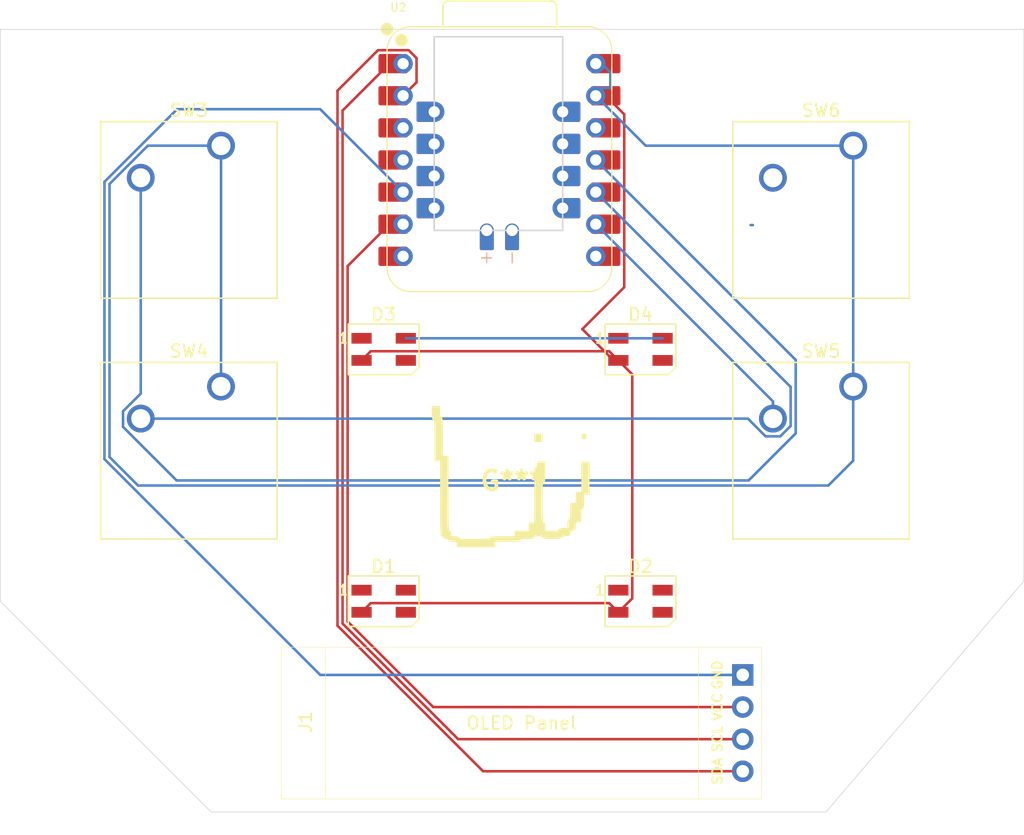
<source format=kicad_pcb>
(kicad_pcb (version 20241229) (generator "pcbnew") (generator_version "9.0")
  (layers (0 "F.Cu" signal) (2 "B.Cu" signal) (13 "F.Paste" user) (15 "B.Paste" user) (5 "F.SilkS" user "F.Silkscreen") (7 "B.SilkS" user "B.Silkscreen") (1 "F.Mask" user) (3 "B.Mask" user) (25 "Edge.Cuts" user))
  (net 0 "")
  (net 1 "+5V")
  (net 2 "Net-(D1-DOUT)")
  (net 3 "Net-(D1-DIN)")
  (net 4 "GND")
  (net 5 "Net-(D2-DOUT)")
  (net 7 "Net-(J1-Pin_1)")
  (net 8 "Net-(J1-Pin_2)")
  (net 9 "Net-(J1-Pin_3)")
  (net 10 "Net-(J1-Pin_4)")
  (net 11 "Net-(D3-DOUT)")
  (net 12 "Net-(U2-GPIO3{slash}D10{slash}SPI0_MOSI)")
  (net 13 "Net-(U2-GPIO4{slash}D9{slash}SPI_MISO)")
  (net 14 "Net-(U2-GPIO2{slash}D8{slash}SPI0_SCK)")
  (net 15 "Net-(U2-GPIO1{slash}D7{slash}RX0)")
  (net 17 "unconnected-(U2-3V3-Pad12)")
  (footprint "LED_SMD:LED_SK6812MINI_PLCC4_3.5x3.5mm_P1.75mm" (layer "F.Cu") (at 105.40625 37.225)
    (property "Reference" "D4" (at 0 -2.75 0) (layer "F.SilkS"))
    (property "Value" "SK6812MINI")
    (fp_line (start -2.8 -2) (end -2.8 2) (stroke (width 0.12)) (layer "F.SilkS"))
    (fp_line (start -2.8 -2) (end 2.8 -2) (stroke (width 0.12)) (layer "F.SilkS"))
    (fp_line (start -2.8 2) (end 2.2 2) (stroke (width 0.12)) (layer "F.SilkS"))
    (fp_line (start 2.8 1.4) (end 2.2 2) (stroke (width 0.12)) (layer "F.SilkS"))
    (fp_line (start 2.8 1.4) (end 2.8 -2) (stroke (width 0.12)) (layer "F.SilkS"))
    (fp_text user "1" (at -3.2 -0.875 0) (layer "F.SilkS") (effects (font (size 0.8 0.8))))
    (pad "1" smd rect (at -1.75 -0.875) (size 1.6 0.85) (layers "F.Cu" "F.Mask" "F.Paste"))
    (pad "2" smd rect (at -1.75 0.875) (size 1.6 0.85) (layers "F.Cu" "F.Mask" "F.Paste") (net 4 "GND"))
    (pad "3" smd rect (at 1.75 0.875) (size 1.6 0.85) (layers "F.Cu" "F.Mask" "F.Paste") (net 11 "Net-(D3-DOUT)"))
    (pad "4" smd rect (at 1.75 -0.875) (size 1.6 0.85) (layers "F.Cu" "F.Mask" "F.Paste") (net 1 "+5V"))
  )
  (footprint "LED_SMD:LED_SK6812MINI_PLCC4_3.5x3.5mm_P1.75mm" (layer "F.Cu") (at 105.40625 57.15)
    (property "Reference" "D2" (at 0 -2.75 0) (layer "F.SilkS"))
    (property "Value" "SK6812MINI")
    (fp_line (start -2.8 -2) (end -2.8 2) (stroke (width 0.12)) (layer "F.SilkS"))
    (fp_line (start -2.8 -2) (end 2.8 -2) (stroke (width 0.12)) (layer "F.SilkS"))
    (fp_line (start -2.8 2) (end 2.2 2) (stroke (width 0.12)) (layer "F.SilkS"))
    (fp_line (start 2.8 1.4) (end 2.2 2) (stroke (width 0.12)) (layer "F.SilkS"))
    (fp_line (start 2.8 1.4) (end 2.8 -2) (stroke (width 0.12)) (layer "F.SilkS"))
    (fp_text user "1" (at -3.2 -0.875 0) (layer "F.SilkS") (effects (font (size 0.8 0.8))))
    (pad "1" smd rect (at -1.75 -0.875) (size 1.6 0.85) (layers "F.Cu" "F.Mask" "F.Paste") (net 5 "Net-(D2-DOUT)"))
    (pad "2" smd rect (at -1.75 0.875) (size 1.6 0.85) (layers "F.Cu" "F.Mask" "F.Paste") (net 4 "GND"))
    (pad "3" smd rect (at 1.75 0.875) (size 1.6 0.85) (layers "F.Cu" "F.Mask" "F.Paste") (net 2 "Net-(D1-DOUT)"))
    (pad "4" smd rect (at 1.75 -0.875) (size 1.6 0.85) (layers "F.Cu" "F.Mask" "F.Paste") (net 1 "+5V"))
  )
  (footprint "Button_Switch_Keyboard:SW_Cherry_MX_1.00u_PCB" (layer "F.Cu") (at 72.2275 21.11375)
    (property "Reference" "SW3" (at -2.54 -2.794 0) (layer "F.SilkS"))
    (property "Value" "SW_Push")
    (fp_line (start -9.525 -1.905) (end 4.445 -1.905) (stroke (width 0.12)) (layer "F.SilkS"))
    (fp_line (start -9.525 12.065) (end -9.525 -1.905) (stroke (width 0.12)) (layer "F.SilkS"))
    (fp_line (start 4.445 -1.905) (end 4.445 12.065) (stroke (width 0.12)) (layer "F.SilkS"))
    (fp_line (start 4.445 12.065) (end -9.525 12.065) (stroke (width 0.12)) (layer "F.SilkS"))
    (pad "" np_thru_hole circle (at -7.62 5.08) (size 1.7 1.7) (drill 1.7) (layers "*.Cu" "*.Mask"))
    (pad "" np_thru_hole circle (at -2.54 5.08) (size 4 4) (drill 4) (layers "*.Cu" "*.Mask"))
    (pad "" np_thru_hole circle (at 2.54 5.08) (size 1.7 1.7) (drill 1.7) (layers "*.Cu" "*.Mask"))
    (pad "1" thru_hole circle (at 0 0) (size 2.2 2.2) (drill 1.5) (layers "*.Cu" "*.Mask") (net 4 "GND"))
    (pad "2" thru_hole circle (at -6.35 2.54) (size 2.2 2.2) (drill 1.5) (layers "*.Cu" "*.Mask") (net 12 "Net-(U2-GPIO3{slash}D10{slash}SPI0_MOSI)"))
  )
  (footprint "LED_SMD:LED_SK6812MINI_PLCC4_3.5x3.5mm_P1.75mm" (layer "F.Cu") (at 85.09375 37.225)
    (property "Reference" "D3" (at 0 -2.75 0) (layer "F.SilkS"))
    (property "Value" "SK6812MINI")
    (fp_line (start -2.8 -2) (end -2.8 2) (stroke (width 0.12)) (layer "F.SilkS"))
    (fp_line (start -2.8 -2) (end 2.8 -2) (stroke (width 0.12)) (layer "F.SilkS"))
    (fp_line (start -2.8 2) (end 2.2 2) (stroke (width 0.12)) (layer "F.SilkS"))
    (fp_line (start 2.8 1.4) (end 2.2 2) (stroke (width 0.12)) (layer "F.SilkS"))
    (fp_line (start 2.8 1.4) (end 2.8 -2) (stroke (width 0.12)) (layer "F.SilkS"))
    (fp_text user "1" (at -3.2 -0.875 0) (layer "F.SilkS") (effects (font (size 0.8 0.8))))
    (pad "1" smd rect (at -1.75 -0.875) (size 1.6 0.85) (layers "F.Cu" "F.Mask" "F.Paste") (net 11 "Net-(D3-DOUT)"))
    (pad "2" smd rect (at -1.75 0.875) (size 1.6 0.85) (layers "F.Cu" "F.Mask" "F.Paste") (net 4 "GND"))
    (pad "3" smd rect (at 1.75 0.875) (size 1.6 0.85) (layers "F.Cu" "F.Mask" "F.Paste") (net 5 "Net-(D2-DOUT)"))
    (pad "4" smd rect (at 1.75 -0.875) (size 1.6 0.85) (layers "F.Cu" "F.Mask" "F.Paste") (net 1 "+5V"))
  )
  (footprint "Button_Switch_Keyboard:SW_Cherry_MX_1.00u_PCB" (layer "F.Cu") (at 122.23375 21.11375)
    (property "Reference" "SW6" (at -2.54 -2.794 0) (layer "F.SilkS"))
    (property "Value" "SW_Push")
    (fp_line (start -9.525 -1.905) (end 4.445 -1.905) (stroke (width 0.12)) (layer "F.SilkS"))
    (fp_line (start -9.525 12.065) (end -9.525 -1.905) (stroke (width 0.12)) (layer "F.SilkS"))
    (fp_line (start 4.445 -1.905) (end 4.445 12.065) (stroke (width 0.12)) (layer "F.SilkS"))
    (fp_line (start 4.445 12.065) (end -9.525 12.065) (stroke (width 0.12)) (layer "F.SilkS"))
    (pad "" np_thru_hole circle (at -7.62 5.08) (size 1.7 1.7) (drill 1.7) (layers "*.Cu" "*.Mask"))
    (pad "" np_thru_hole circle (at -2.54 5.08) (size 4 4) (drill 4) (layers "*.Cu" "*.Mask"))
    (pad "" np_thru_hole circle (at 2.54 5.08) (size 1.7 1.7) (drill 1.7) (layers "*.Cu" "*.Mask"))
    (pad "1" thru_hole circle (at 0 0) (size 2.2 2.2) (drill 1.5) (layers "*.Cu" "*.Mask") (net 4 "GND"))
    (pad "2" thru_hole circle (at -6.35 2.54) (size 2.2 2.2) (drill 1.5) (layers "*.Cu" "*.Mask") (net 15 "Net-(U2-GPIO1{slash}D7{slash}RX0)"))
  )
  (footprint "OLED_Screen:SSD1306-0.91-OLED-4pin-128x32" (layer "F.Cu") (at 76.99625 60.79)
    (property "Reference" "J1" (at 1.9 5.91 90) (layer "F.SilkS"))
    (property "Value" "Conn_01x04")
    (fp_line (start 0 0) (end 0 12) (stroke (width 0.04)) (layer "F.SilkS"))
    (fp_line (start 0 12) (end 38 12) (stroke (width 0.04)) (layer "F.SilkS"))
    (fp_line (start 3.5 0) (end 3.5 12) (stroke (width 0.04)) (layer "F.SilkS"))
    (fp_line (start 33 0) (end 33 12) (stroke (width 0.04)) (layer "F.SilkS"))
    (fp_line (start 38 0) (end 0 0) (stroke (width 0.04)) (layer "F.SilkS"))
    (fp_line (start 38 12) (end 38 0) (stroke (width 0.04)) (layer "F.SilkS"))
    (fp_text user "OLED Panel" (at 19 6 0) (layer "F.SilkS"))
    (fp_text user "SCL" (at 34.5 7.27 270) (layer "F.SilkS") (effects (font (size 0.75 0.75))))
    (fp_text user "SDA" (at 34.5 9.81 270) (layer "F.SilkS") (effects (font (size 0.75 0.75))))
    (fp_text user "GND" (at 34.5 2.19 270) (layer "F.SilkS") (effects (font (size 0.75 0.75))))
    (fp_text user "VCC" (at 34.5 4.73 270) (layer "F.SilkS") (effects (font (size 0.75 0.75))))
    (pad "1" thru_hole rect (at 36.5 2.19) (size 1.7 1.7) (drill 1) (layers "*.Cu" "*.Mask") (net 7 "Net-(J1-Pin_1)"))
    (pad "2" thru_hole oval (at 36.5 4.73) (size 1.7 1.7) (drill 1) (layers "*.Cu" "*.Mask") (net 8 "Net-(J1-Pin_2)"))
    (pad "3" thru_hole oval (at 36.5 7.27) (size 1.7 1.7) (drill 1) (layers "*.Cu" "*.Mask") (net 9 "Net-(J1-Pin_3)"))
    (pad "4" thru_hole oval (at 36.5 9.81) (size 1.7 1.7) (drill 1) (layers "*.Cu" "*.Mask") (net 10 "Net-(J1-Pin_4)"))
  )
  (footprint "Button_Switch_Keyboard:SW_Cherry_MX_1.00u_PCB" (layer "F.Cu") (at 122.23375 40.16375)
    (property "Reference" "SW5" (at -2.54 -2.794 0) (layer "F.SilkS"))
    (property "Value" "SW_Push")
    (fp_line (start -9.525 -1.905) (end 4.445 -1.905) (stroke (width 0.12)) (layer "F.SilkS"))
    (fp_line (start -9.525 12.065) (end -9.525 -1.905) (stroke (width 0.12)) (layer "F.SilkS"))
    (fp_line (start 4.445 -1.905) (end 4.445 12.065) (stroke (width 0.12)) (layer "F.SilkS"))
    (fp_line (start 4.445 12.065) (end -9.525 12.065) (stroke (width 0.12)) (layer "F.SilkS"))
    (pad "" np_thru_hole circle (at -7.62 5.08) (size 1.7 1.7) (drill 1.7) (layers "*.Cu" "*.Mask"))
    (pad "" np_thru_hole circle (at -2.54 5.08) (size 4 4) (drill 4) (layers "*.Cu" "*.Mask"))
    (pad "" np_thru_hole circle (at 2.54 5.08) (size 1.7 1.7) (drill 1.7) (layers "*.Cu" "*.Mask"))
    (pad "1" thru_hole circle (at 0 0) (size 2.2 2.2) (drill 1.5) (layers "*.Cu" "*.Mask") (net 4 "GND"))
    (pad "2" thru_hole circle (at -6.35 2.54) (size 2.2 2.2) (drill 1.5) (layers "*.Cu" "*.Mask") (net 14 "Net-(U2-GPIO2{slash}D8{slash}SPI0_SCK)"))
  )
  (footprint "Button_Switch_Keyboard:SW_Cherry_MX_1.00u_PCB" (layer "F.Cu") (at 72.2275 40.16375)
    (property "Reference" "SW4" (at -2.54 -2.794 0) (layer "F.SilkS"))
    (property "Value" "SW_Push")
    (fp_line (start -9.525 -1.905) (end 4.445 -1.905) (stroke (width 0.12)) (layer "F.SilkS"))
    (fp_line (start -9.525 12.065) (end -9.525 -1.905) (stroke (width 0.12)) (layer "F.SilkS"))
    (fp_line (start 4.445 -1.905) (end 4.445 12.065) (stroke (width 0.12)) (layer "F.SilkS"))
    (fp_line (start 4.445 12.065) (end -9.525 12.065) (stroke (width 0.12)) (layer "F.SilkS"))
    (pad "" np_thru_hole circle (at -7.62 5.08) (size 1.7 1.7) (drill 1.7) (layers "*.Cu" "*.Mask"))
    (pad "" np_thru_hole circle (at -2.54 5.08) (size 4 4) (drill 4) (layers "*.Cu" "*.Mask"))
    (pad "" np_thru_hole circle (at 2.54 5.08) (size 1.7 1.7) (drill 1.7) (layers "*.Cu" "*.Mask"))
    (pad "1" thru_hole circle (at 0 0) (size 2.2 2.2) (drill 1.5) (layers "*.Cu" "*.Mask") (net 4 "GND"))
    (pad "2" thru_hole circle (at -6.35 2.54) (size 2.2 2.2) (drill 1.5) (layers "*.Cu" "*.Mask") (net 13 "Net-(U2-GPIO4{slash}D9{slash}SPI_MISO)"))
  )
  (footprint "OPL:XIAO-RP2350-DIP" (layer "F.Cu") (at 94.250994 22.1815)
    (property "Reference" "U2" (at -8 -12 0) (layer "F.SilkS") (effects (font (size 0.635 0.635) (thickness 0.1016))))
    (property "Value" "XIAO-RP2350-DIP")
    (fp_line (start -8.890994 8.5725) (end -8.890994 -8.5725) (stroke (width 0.1)) (layer "F.SilkS"))
    (fp_line (start -6.985994 10.4775) (end 6.984006 10.4775) (stroke (width 0.1)) (layer "F.SilkS"))
    (fp_line (start -4.475994 -10.4865) (end -4.475278 -12.027784) (stroke (width 0.127)) (layer "F.SilkS"))
    (fp_line (start -3.975278 -12.527512) (end 4.019994 -12.527512) (stroke (width 0.127)) (layer "F.SilkS"))
    (fp_line (start 4.519994 -12.027512) (end 4.521006 -10.4835) (stroke (width 0.127)) (layer "F.SilkS"))
    (fp_line (start 6.984006 -10.4775) (end -6.985994 -10.4775) (stroke (width 0.1)) (layer "F.SilkS"))
    (fp_line (start 7.007006 -10.4745) (end -6.962994 -10.4745) (stroke (width 0.1)) (layer "F.SilkS"))
    (fp_line (start 8.889006 8.5725) (end 8.889006 -8.5725) (stroke (width 0.1)) (layer "F.SilkS"))
    (fp_arc (start -8.890994 -8.5725) (mid -8.333032 -9.919538) (end -6.985994 -10.4775) (stroke (width 0.1)) (layer "F.SilkS"))
    (fp_arc (start -6.985994 10.4775) (mid -8.333032 9.919538) (end -8.890994 8.5725) (stroke (width 0.1)) (layer "F.SilkS"))
    (fp_arc (start -4.475278 -12.027784) (mid -4.328701 -12.381119) (end -3.975278 -12.527512) (stroke (width 0.127)) (layer "F.SilkS"))
    (fp_arc (start 4.019994 -12.527512) (mid 4.373559 -12.38107) (end 4.519994 -12.027512) (stroke (width 0.127)) (layer "F.SilkS"))
    (fp_arc (start 6.984006 -10.4775) (mid 8.331044 -9.919538) (end 8.889006 -8.5725) (stroke (width 0.1)) (layer "F.SilkS"))
    (fp_arc (start 8.889006 8.5725) (mid 8.331044 9.919538) (end 6.984006 10.4775) (stroke (width 0.1)) (layer "F.SilkS"))
    (fp_circle (center -8.900994 -10.2905) (end -8.900994 -10.5445) (stroke (width 0.5)) (fill yes) (layer "F.SilkS"))
    (fp_circle (center -7.757994 -9.4105) (end -7.757994 -9.6645) (stroke (width 0.5)) (fill yes) (layer "F.SilkS"))
    (fp_line (start -1.016994 7.4295) (end -1.016994 8.1915) (stroke (width 0.12)) (layer "B.SilkS"))
    (fp_line (start -0.635994 7.8105) (end -1.397994 7.8105) (stroke (width 0.12)) (layer "B.SilkS"))
    (fp_line (start 1.015006 7.4295) (end 1.015006 8.1915) (stroke (width 0.12)) (layer "B.SilkS"))
    (fp_line (start -5.16 -9.6865) (end -5.16 5.638311) (stroke (width 0.12)) (layer "Edge.Cuts"))
    (fp_line (start -5.16 5.638311) (end 4.999006 5.638311) (stroke (width 0.12)) (layer "Edge.Cuts"))
    (fp_line (start 4.999006 -9.6865) (end -5.16 -9.6865) (stroke (width 0.12)) (layer "Edge.Cuts"))
    (fp_line (start 5 5.638311) (end 5 -9.6865) (stroke (width 0.12)) (layer "Edge.Cuts"))
    (pad "1" smd roundrect (at -8.405994 -7.5565 180) (size 2.332 1.524) (layers "F.Cu" "F.Mask") (roundrect_rratio 0.1) (net 9 "Net-(J1-Pin_3)"))
    (pad "1" thru_hole circle (at -7.620994 -7.5565 180) (size 1.524 1.524) (drill 0.889) (layers "*.Cu" "*.Mask") (net 9 "Net-(J1-Pin_3)"))
    (pad "2" smd roundrect (at -8.405994 -5.0165 180) (size 2.332 1.524) (layers "F.Cu" "F.Mask") (roundrect_rratio 0.1) (net 10 "Net-(J1-Pin_4)"))
    (pad "2" thru_hole circle (at -7.620994 -5.0165 180) (size 1.524 1.524) (drill 0.889) (layers "*.Cu" "*.Mask") (net 10 "Net-(J1-Pin_4)"))
    (pad "3" smd roundrect (at -8.405994 -2.4765 180) (size 2.332 1.524) (layers "F.Cu" "F.Mask") (roundrect_rratio 0.1))
    (pad "3" thru_hole circle (at -7.620994 -2.4765 180) (size 1.524 1.524) (drill 0.889) (layers "*.Cu" "*.Mask"))
    (pad "4" smd roundrect (at -8.405994 0.0635 180) (size 2.332 1.524) (layers "F.Cu" "F.Mask") (roundrect_rratio 0.1))
    (pad "4" thru_hole circle (at -7.620994 0.0635 180) (size 1.524 1.524) (drill 0.889) (layers "*.Cu" "*.Mask"))
    (pad "5" smd roundrect (at -8.405994 2.6035 180) (size 2.332 1.524) (layers "F.Cu" "F.Mask") (roundrect_rratio 0.1) (net 7 "Net-(J1-Pin_1)"))
    (pad "5" thru_hole circle (at -7.620994 2.6035 180) (size 1.524 1.524) (drill 0.889) (layers "*.Cu" "*.Mask") (net 7 "Net-(J1-Pin_1)"))
    (pad "6" smd roundrect (at -8.405994 5.1435 180) (size 2.332 1.524) (layers "F.Cu" "F.Mask") (roundrect_rratio 0.1) (net 8 "Net-(J1-Pin_2)"))
    (pad "6" thru_hole circle (at -7.620994 5.1435 180) (size 1.524 1.524) (drill 0.889) (layers "*.Cu" "*.Mask") (net 8 "Net-(J1-Pin_2)"))
    (pad "7" smd roundrect (at -8.405994 7.6835 180) (size 2.332 1.524) (layers "F.Cu" "F.Mask") (roundrect_rratio 0.1) (net 3 "Net-(D1-DIN)"))
    (pad "7" thru_hole circle (at -7.620994 7.6835 180) (size 1.524 1.524) (drill 0.889) (layers "*.Cu" "*.Mask") (net 3 "Net-(D1-DIN)"))
    (pad "8" thru_hole circle (at 7.619006 7.6835) (size 1.524 1.524) (drill 0.889) (layers "*.Cu" "*.Mask") (net 15 "Net-(U2-GPIO1{slash}D7{slash}RX0)"))
    (pad "8" smd roundrect (at 8.404006 7.6835) (size 2.332 1.524) (layers "F.Cu" "F.Mask") (roundrect_rratio 0.1) (net 15 "Net-(U2-GPIO1{slash}D7{slash}RX0)"))
    (pad "9" thru_hole circle (at 7.619006 5.1435) (size 1.524 1.524) (drill 0.889) (layers "*.Cu" "*.Mask") (net 14 "Net-(U2-GPIO2{slash}D8{slash}SPI0_SCK)"))
    (pad "9" smd roundrect (at 8.404006 5.1435) (size 2.332 1.524) (layers "F.Cu" "F.Mask") (roundrect_rratio 0.1) (net 14 "Net-(U2-GPIO2{slash}D8{slash}SPI0_SCK)"))
    (pad "10" thru_hole circle (at 7.619006 2.6035) (size 1.524 1.524) (drill 0.889) (layers "*.Cu" "*.Mask") (net 13 "Net-(U2-GPIO4{slash}D9{slash}SPI_MISO)"))
    (pad "10" smd roundrect (at 8.404006 2.6035) (size 2.332 1.524) (layers "F.Cu" "F.Mask") (roundrect_rratio 0.1) (net 13 "Net-(U2-GPIO4{slash}D9{slash}SPI_MISO)"))
    (pad "11" thru_hole circle (at 7.619006 0.0635) (size 1.524 1.524) (drill 0.889) (layers "*.Cu" "*.Mask") (net 12 "Net-(U2-GPIO3{slash}D10{slash}SPI0_MOSI)"))
    (pad "11" smd roundrect (at 8.404006 0.0635) (size 2.332 1.524) (layers "F.Cu" "F.Mask") (roundrect_rratio 0.1) (net 12 "Net-(U2-GPIO3{slash}D10{slash}SPI0_MOSI)"))
    (pad "12" thru_hole circle (at 7.619006 -2.4765) (size 1.524 1.524) (drill 0.889) (layers "*.Cu" "*.Mask") (net 17 "unconnected-(U2-3V3-Pad12)"))
    (pad "12" smd roundrect (at 8.404006 -2.4765) (size 2.332 1.524) (layers "F.Cu" "F.Mask") (roundrect_rratio 0.1) (net 17 "unconnected-(U2-3V3-Pad12)"))
    (pad "13" thru_hole circle (at 7.619006 -5.0165) (size 1.524 1.524) (drill 0.889) (layers "*.Cu" "*.Mask") (net 4 "GND"))
    (pad "13" smd roundrect (at 8.404006 -5.0165) (size 2.332 1.524) (layers "F.Cu" "F.Mask") (roundrect_rratio 0.1) (net 4 "GND"))
    (pad "14" thru_hole circle (at 7.619006 -7.5565) (size 1.524 1.524) (drill 0.889) (layers "*.Cu" "*.Mask") (net 1 "+5V"))
    (pad "14" smd roundrect (at 8.404006 -7.5565) (size 2.332 1.524) (layers "F.Cu" "F.Mask") (roundrect_rratio 0.1) (net 1 "+5V"))
    (pad "15" thru_hole circle (at 5 -3.7465 180) (size 1.6 1.6) (drill 0.889) (layers "*.Cu" "*.Mask"))
    (pad "15" smd roundrect (at 5.699006 -3.7465) (size 1.4 1.6) (layers "F.Cu" "F.Mask") (roundrect_rratio 0.1))
    (pad "15" smd roundrect (at 5.699006 -3.7465 180) (size 1.4 1.6) (layers "B.Cu" "B.Mask" "B.Paste") (roundrect_rratio 0.1))
    (pad "16" thru_hole circle (at 5 -1.2065 180) (size 1.6 1.6) (drill 0.889) (layers "*.Cu" "*.Mask"))
    (pad "16" smd roundrect (at 5.699006 -1.2065) (size 1.4 1.6) (layers "F.Cu" "F.Mask") (roundrect_rratio 0.1))
    (pad "16" smd roundrect (at 5.699006 -1.2065 180) (size 1.4 1.6) (layers "B.Cu" "B.Mask" "B.Paste") (roundrect_rratio 0.1))
    (pad "17" thru_hole circle (at 5 1.3335 180) (size 1.6 1.6) (drill 0.889) (layers "*.Cu" "*.Mask"))
    (pad "17" smd roundrect (at 5.699006 1.3335) (size 1.4 1.6) (layers "F.Cu" "F.Mask") (roundrect_rratio 0.1))
    (pad "17" smd roundrect (at 5.699006 1.3335 180) (size 1.4 1.6) (layers "B.Cu" "B.Mask" "B.Paste") (roundrect_rratio 0.1))
    (pad "18" thru_hole circle (at 5 3.8735 180) (size 1.6 1.6) (drill 0.889) (layers "*.Cu" "*.Mask"))
    (pad "18" smd roundrect (at 5.699006 3.8735) (size 1.4 1.6) (layers "F.Cu" "F.Mask") (roundrect_rratio 0.1))
    (pad "18" smd roundrect (at 5.699006 3.8735 180) (size 1.4 1.6) (layers "B.Cu" "B.Mask" "B.Paste") (roundrect_rratio 0.1))
    (pad "19" smd roundrect (at -5.86 3.8735) (size 1.4 1.6) (layers "F.Cu" "F.Mask") (roundrect_rratio 0.1))
    (pad "19" smd roundrect (at -5.86 3.8735 180) (size 1.4 1.6) (layers "B.Cu" "B.Mask" "B.Paste") (roundrect_rratio 0.1))
    (pad "19" thru_hole circle (at -5.16 3.8735 180) (size 1.6 1.6) (drill 0.889) (layers "*.Cu" "*.Mask"))
    (pad "20" smd roundrect (at -5.86 1.3335) (size 1.4 1.6) (layers "F.Cu" "F.Mask") (roundrect_rratio 0.1))
    (pad "20" smd roundrect (at -5.86 1.3335 180) (size 1.4 1.6) (layers "B.Cu" "B.Mask" "B.Paste") (roundrect_rratio 0.1))
    (pad "20" thru_hole circle (at -5.16 1.3335 180) (size 1.6 1.6) (drill 0.889) (layers "*.Cu" "*.Mask"))
    (pad "21" smd roundrect (at -5.86 -1.2065) (size 1.4 1.6) (layers "F.Cu" "F.Mask") (roundrect_rratio 0.1))
    (pad "21" smd roundrect (at -5.86 -1.2065 180) (size 1.4 1.6) (layers "B.Cu" "B.Mask" "B.Paste") (roundrect_rratio 0.1))
    (pad "21" thru_hole circle (at -5.16 -1.2065 180) (size 1.6 1.6) (drill 0.889) (layers "*.Cu" "*.Mask"))
    (pad "22" smd roundrect (at -5.86 -3.7465) (size 1.4 1.6) (layers "F.Cu" "F.Mask") (roundrect_rratio 0.1))
    (pad "22" smd roundrect (at -5.86 -3.7465 180) (size 1.4 1.6) (layers "B.Cu" "B.Mask" "B.Paste") (roundrect_rratio 0.1))
    (pad "22" thru_hole circle (at -5.16 -3.7465 180) (size 1.6 1.6) (drill 0.889) (layers "*.Cu" "*.Mask"))
    (pad "23" thru_hole circle (at -1.000994 5.638311 180) (size 1.1 1.1) (drill 0.889) (layers "*.Cu" "*.Mask"))
    (pad "23" smd roundrect (at -1.000994 6.3935 270) (size 1.6 1.1) (layers "F.Cu" "F.Mask") (roundrect_rratio 0.1))
    (pad "23" smd roundrect (at -1.000994 6.3935 270) (size 1.6 1.1) (layers "B.Cu" "B.Mask" "B.Paste") (roundrect_rratio 0.1))
    (pad "24" thru_hole circle (at 0.999006 5.638311 180) (size 1.1 1.1) (drill 0.889) (layers "*.Cu" "*.Mask"))
    (pad "24" smd roundrect (at 0.999006 6.3935 270) (size 1.6 1.1) (layers "F.Cu" "F.Mask") (roundrect_rratio 0.1))
    (pad "24" smd roundrect (at 0.999006 6.3935 270) (size 1.6 1.1) (layers "B.Cu" "B.Mask" "B.Paste") (roundrect_rratio 0.1))
  )
  (footprint "LOGO" (layer "F.Cu") (at 95.25 47.625)
    (property "Reference" "G***" (at 0 0 0) (layer "F.SilkS") (effects (font (size 1.5 1.5) (thickness 0.3))))
    (property "Value" "LOGO" (hide yes))
    (fp_poly (pts (xy 2.40862 -3.393966) (xy 2.40862 -3.065518) (xy 2.080171 -3.065518) (xy 1.751723 -3.065518) (xy 1.751723 -3.393966) (xy 1.751723 -3.722415) (xy 2.080171 -3.722415) (xy 2.40862 -3.722415)) (fill yes) (layer "F.SilkS"))
    (fp_poly (pts (xy 5.848196 -3.704329) (xy 5.90536 -3.619018) (xy 5.912068 -3.503449) (xy 5.893982 -3.348356) (xy 5.808672 -3.291192) (xy 5.693102 -3.284484) (xy 5.538009 -3.302569) (xy 5.480845 -3.38788) (xy 5.474137 -3.503449) (xy 5.492223 -3.658542) (xy 5.577533 -3.715707) (xy 5.693102 -3.722415)) (fill yes) (layer "F.SilkS"))
    (fp_poly (pts (xy -5.693104 -5.474139) (xy -5.684696 -5.219852) (xy -5.65489 -5.083327) (xy -5.596813 -5.037071) (xy -5.583622 -5.036208) (xy -5.546662 -5.018711) (xy -5.518885 -4.954615) (xy -5.499047 -4.826514) (xy -5.485905 -4.617003) (xy -5.478216 -4.308675) (xy -5.474736 -3.884124) (xy -5.474139 -3.503449) (xy -5.474139 -1.970691) (xy -5.255173 -1.970691) (xy -5.036208 -1.970691) (xy -5.036208 0.985344) (xy -5.035666 1.72774) (xy -5.033728 2.336879) (xy -5.029922 2.825476) (xy -5.023776 3.206248) (xy -5.014821 3.491911) (xy -5.002585 3.695182) (xy -4.986598 3.828776) (xy -4.966387 3.905409) (xy -4.941483 3.937799) (xy -4.926725 3.941378) (xy -4.839806 4.006661) (xy -4.817242 4.160344) (xy -4.807721 4.294989) (xy -4.752747 4.358762) (xy -4.612704 4.378072) (xy -4.488794 4.379309) (xy -4.27231 4.393637) (xy -4.173701 4.442356) (xy -4.160346 4.488792) (xy -4.141241 4.529894) (xy -4.070964 4.559496) (xy -3.930071 4.579365) (xy -3.699116 4.591269) (xy -3.358657 4.596976) (xy -2.956035 4.598275) (xy -2.503912 4.596538) (xy -2.178292 4.590149) (xy -1.959732 4.577341) (xy -1.828788 4.556345) (xy -1.766015 4.525394) (xy -1.751725 4.488792) (xy -1.730938 4.443934) (xy -1.654413 4.41293) (xy -1.500904 4.393418) (xy -1.249165 4.383038) (xy -0.87795 4.37943) (xy -0.76638 4.379309) (xy 0.218965 4.379309) (xy 0.218965 4.160344) (xy 0.218965 3.941378) (xy 0.766378 3.941378) (xy 1.313792 3.941378) (xy 1.313792 3.61293) (xy 1.32014 3.410962) (xy 1.356789 3.315304) (xy 1.450151 3.286338) (xy 1.532758 3.284482) (xy 1.751723 3.284482) (xy 1.751723 1.094827) (xy 1.752509 0.464604) (xy 1.755357 -0.034348) (xy 1.761002 -0.416731) (xy 1.77018 -0.697245) (xy 1.783624 -0.890589) (xy 1.80207 -1.011466) (xy 1.826254 -1.074576) (xy 1.85691 -1.094619) (xy 1.861206 -1.094829) (xy 1.948125 -1.160111) (xy 1.970689 -1.313794) (xy 1.98021 -1.448439) (xy 2.035184 -1.512212) (xy 2.175227 -1.531522) (xy 2.299137 -1.53276) (xy 2.627585 -1.53276) (xy 2.627585 -0.656898) (xy 2.62484 -0.279276) (xy 2.614744 -0.025229) (xy 2.594506 0.127577) (xy 2.561333 0.201471) (xy 2.518103 0.218965) (xy 2.481143 0.236462) (xy 2.453366 0.300558) (xy 2.433528 0.428658) (xy 2.420386 0.638169) (xy 2.412697 0.946497) (xy 2.409217 1.371048) (xy 2.40862 1.751723) (xy 2.40987 2.269159) (xy 2.414448 2.658039) (xy 2.423598 2.93577) (xy 2.438563 3.119756) (xy 2.460586 3.227405) (xy 2.490911 3.276122) (xy 2.518103 3.284482) (xy 2.590264 3.327466) (xy 2.623134 3.473622) (xy 2.627585 3.61293) (xy 2.627585 3.941378) (xy 3.174999 3.941378) (xy 3.463745 3.935643) (xy 3.633236 3.914918) (xy 3.70987 3.873923) (xy 3.722413 3.831896) (xy 3.765397 3.759734) (xy 3.911553 3.726865) (xy 4.050861 3.722413) (xy 4.379309 3.722413) (xy 4.379309 3.393965) (xy 4.393637 3.17748) (xy 4.442356 3.078871) (xy 4.488792 3.065516) (xy 4.542204 3.039917) (xy 4.575474 2.946488) (xy 4.592759 2.760284) (xy 4.598217 2.456356) (xy 4.598275 2.40862) (xy 4.598275 1.751723) (xy 4.81724 1.751723) (xy 5.036206 1.751723) (xy 5.036206 1.313792) (xy 5.036206 0.875861) (xy 5.255171 0.875861) (xy 5.474137 0.875861) (xy 5.474137 -0.328449) (xy 5.474137 -1.53276) (xy 5.802585 -1.53276) (xy 6.131034 -1.53276) (xy 6.131034 -0.218966) (xy 6.131034 1.094827) (xy 5.912068 1.094827) (xy 5.693102 1.094827) (xy 5.693102 1.64224) (xy 5.687367 1.930986) (xy 5.666642 2.100477) (xy 5.625648 2.177112) (xy 5.58362 2.189654) (xy 5.525871 2.21833) (xy 5.491972 2.321955) (xy 5.476645 2.526929) (xy 5.474137 2.737068) (xy 5.474137 3.284482) (xy 5.255171 3.284482) (xy 5.120526 3.294003) (xy 5.056754 3.348977) (xy 5.037444 3.48902) (xy 5.036206 3.61293) (xy 5.029859 3.814898) (xy 4.993209 3.910557) (xy 4.899847 3.939522) (xy 4.81724 3.941378) (xy 4.662147 3.959464) (xy 4.604983 4.044775) (xy 4.598275 4.160344) (xy 4.588754 4.294989) (xy 4.53378 4.358762) (xy 4.393737 4.378072) (xy 4.269827 4.379309) (xy 4.053342 4.393637) (xy 3.954733 4.442356) (xy 3.941378 4.488792) (xy 3.917883 4.538788) (xy 3.831687 4.571312) (xy 3.659225 4.58973) (xy 3.376932 4.597408) (xy 3.174999 4.598275) (xy 2.825028 4.594918) (xy 2.597362 4.582605) (xy 2.468436 4.557967) (xy 2.414686 4.51764) (xy 2.40862 4.488792) (xy 2.365636 4.416631) (xy 2.219479 4.383761) (xy 2.080171 4.379309) (xy 1.863687 4.393637) (xy 1.765078 4.442356) (xy 1.751723 4.488792) (xy 1.723048 4.546541) (xy 1.619423 4.58044) (xy 1.414449 4.595766) (xy 1.204309 4.598275) (xy 0.915563 4.60401) (xy 0.746073 4.624735) (xy 0.669438 4.66573) (xy 0.656896 4.707758) (xy 0.636109 4.752615) (xy 0.559584 4.78362) (xy 0.406075 4.803132) (xy 0.154336 4.813511) (xy -0.216879 4.81712) (xy -0.328449 4.81724) (xy -1.313794 4.81724) (xy -1.313794 5.036206) (xy -1.313794 5.255171) (xy -2.846553 5.255171) (xy -4.379311 5.255171) (xy -4.379311 5.036206) (xy -4.388832 4.901561) (xy -4.443806 4.837788) (xy -4.583849 4.818478) (xy -4.70776 4.81724) (xy -4.924244 4.802912) (xy -5.022853 4.754194) (xy -5.036208 4.707758) (xy -5.101491 4.620839) (xy -5.255173 4.598275) (xy -5.429011 4.565633) (xy -5.474139 4.488792) (xy -5.532564 4.392026) (xy -5.583622 4.379309) (xy -5.611118 4.364689) (xy -5.633679 4.312352) (xy -5.651775 4.209581) (xy -5.665877 4.043661) (xy -5.676457 3.801874) (xy -5.683986 3.471504) (xy -5.688934 3.039836) (xy -5.691772 2.494153) (xy -5.692972 1.821739) (xy -5.693104 1.423275) (xy -5.693104 -1.53276) (xy -5.91207 -1.53276) (xy -6.131035 -1.53276) (xy -6.131035 -3.175001) (xy -6.132176 -3.712673) (xy -6.136346 -4.121233) (xy -6.144669 -4.417536) (xy -6.158268 -4.618433) (xy -6.178268 -4.740778) (xy -6.205792 -4.801424) (xy -6.240518 -4.817242) (xy -6.298267 -4.845918) (xy -6.332166 -4.949543) (xy -6.347492 -5.154517) (xy -6.350001 -5.364656) (xy -6.350001 -5.91207) (xy -6.021553 -5.91207) (xy -5.693104 -5.91207)) (fill yes) (layer "F.SilkS"))
  )
  (footprint "LED_SMD:LED_SK6812MINI_PLCC4_3.5x3.5mm_P1.75mm" (layer "F.Cu") (at 85.09375 57.15)
    (property "Reference" "D1" (at 0 -2.75 0) (layer "F.SilkS"))
    (property "Value" "SK6812MINI")
    (fp_line (start -2.8 -2) (end -2.8 2) (stroke (width 0.12)) (layer "F.SilkS"))
    (fp_line (start -2.8 -2) (end 2.8 -2) (stroke (width 0.12)) (layer "F.SilkS"))
    (fp_line (start -2.8 2) (end 2.2 2) (stroke (width 0.12)) (layer "F.SilkS"))
    (fp_line (start 2.8 1.4) (end 2.2 2) (stroke (width 0.12)) (layer "F.SilkS"))
    (fp_line (start 2.8 1.4) (end 2.8 -2) (stroke (width 0.12)) (layer "F.SilkS"))
    (fp_text user "1" (at -3.2 -0.875 0) (layer "F.SilkS") (effects (font (size 0.8 0.8))))
    (pad "1" smd rect (at -1.75 -0.875) (size 1.6 0.85) (layers "F.Cu" "F.Mask" "F.Paste") (net 2 "Net-(D1-DOUT)"))
    (pad "2" smd rect (at -1.75 0.875) (size 1.6 0.85) (layers "F.Cu" "F.Mask" "F.Paste") (net 4 "GND"))
    (pad "3" smd rect (at 1.75 0.875) (size 1.6 0.85) (layers "F.Cu" "F.Mask" "F.Paste") (net 3 "Net-(D1-DIN)"))
    (pad "4" smd rect (at 1.75 -0.875) (size 1.6 0.85) (layers "F.Cu" "F.Mask" "F.Paste") (net 1 "+5V"))
  )
  (gr_poly (pts (xy 54.76875 11.90625) (xy 54.76875 57.15) (xy 71.4375 73.81875) (xy 120.083048 73.81875) (xy 135.73125 55.562514) (xy 135.73125 11.90625)) (stroke (width 0.05)) (fill no) (layer "Edge.Cuts"))
  (segment (start 103.025 16.5565) (end 103.025 15.3175) (width 0.2) (layer "B.Cu") (net 1))
  (segment (start 107.15625 36.35) (end 86.84375 36.35) (width 0.2) (layer "B.Cu") (net 1))
  (segment (start 114.3 27.39475) (end 114.11628 27.39475) (width 0.2) (layer "B.Cu") (net 1))
  (segment (start 101.724 14.0165) (end 103.025 15.3175) (width 0.2) (layer "B.Cu") (net 1))
  (segment (start 101.349 16.844436) (end 101.636936 16.5565) (width 0.2) (layer "B.Cu") (net 1))
  (segment (start 101.636936 16.5565) (end 103.025 16.5565) (width 0.2) (layer "B.Cu") (net 1))
  (segment (start 83.34375 58.025) (end 84.06975 57.299) (width 0.2) (layer "F.Cu") (net 4))
  (segment (start 84.06975 37.374) (end 102.93025 37.374) (width 0.2) (layer "F.Cu") (net 4))
  (segment (start 104.122 18.632) (end 102.655 17.165) (width 0.2) (layer "F.Cu") (net 4))
  (segment (start 104.75725 56.924) (end 103.65625 58.025) (width 0.2) (layer "F.Cu") (net 4))
  (segment (start 103.65625 38.1) (end 103.28125 38.1) (width 0.2) (layer "F.Cu") (net 4))
  (segment (start 104.122 32.31075) (end 104.122 18.632) (width 0.2) (layer "F.Cu") (net 4))
  (segment (start 102.93025 57.299) (end 103.65625 58.025) (width 0.2) (layer "F.Cu") (net 4))
  (segment (start 103.28125 38.1) (end 100.807 35.62575) (width 0.2) (layer "F.Cu") (net 4))
  (segment (start 83.34375 38.1) (end 84.06975 37.374) (width 0.2) (layer "F.Cu") (net 4))
  (segment (start 84.06975 57.299) (end 102.93025 57.299) (width 0.2) (layer "F.Cu") (net 4))
  (segment (start 100.807 35.62575) (end 104.122 32.31075) (width 0.2) (layer "F.Cu") (net 4))
  (segment (start 103.65625 38.1) (end 104.75725 39.201) (width 0.2) (layer "F.Cu") (net 4))
  (segment (start 104.75725 39.201) (end 104.75725 56.924) (width 0.2) (layer "F.Cu") (net 4))
  (segment (start 102.93025 37.374) (end 103.65625 38.1) (width 0.2) (layer "F.Cu") (net 4))
  (segment (start 63.4065 45.74122) (end 65.66103 47.99575) (width 0.2) (layer "B.Cu") (net 4))
  (segment (start 105.81875 21.11375) (end 101.87 17.165) (width 0.2) (layer "B.Cu") (net 4))
  (segment (start 122.23375 40.16375) (end 122.23375 21.11375) (width 0.2) (layer "B.Cu") (net 4))
  (segment (start 66.436186 21.11375) (end 63.4065 24.143436) (width 0.2) (layer "B.Cu") (net 4))
  (segment (start 122.23375 46.028566) (end 122.23375 40.16375) (width 0.2) (layer "B.Cu") (net 4))
  (segment (start 65.66103 47.99575) (end 120.266566 47.99575) (width 0.2) (layer "B.Cu") (net 4))
  (segment (start 120.266566 47.99575) (end 122.23375 46.028566) (width 0.2) (layer "B.Cu") (net 4))
  (segment (start 72.2275 21.11375) (end 66.436186 21.11375) (width 0.2) (layer "B.Cu") (net 4))
  (segment (start 72.2275 40.16375) (end 72.2275 21.11375) (width 0.2) (layer "B.Cu") (net 4))
  (segment (start 63.4065 24.143436) (end 63.4065 45.74122) (width 0.2) (layer "B.Cu") (net 4))
  (segment (start 122.23375 21.11375) (end 105.81875 21.11375) (width 0.2) (layer "B.Cu") (net 4))
  (segment (start 80.07818 62.98) (end 63.0055 45.90732) (width 0.2) (layer "B.Cu") (net 7))
  (segment (start 68.754836 18.228) (end 80.073 18.228) (width 0.2) (layer "B.Cu") (net 7))
  (segment (start 113.49625 62.98) (end 80.07818 62.98) (width 0.2) (layer "B.Cu") (net 7))
  (segment (start 80.073 18.228) (end 86.63 24.785) (width 0.2) (layer "B.Cu") (net 7))
  (segment (start 63.0055 45.90732) (end 63.0055 23.977336) (width 0.2) (layer "B.Cu") (net 7))
  (segment (start 63.0055 23.977336) (end 68.754836 18.228) (width 0.2) (layer "B.Cu") (net 7))
  (segment (start 82.24275 58.751) (end 82.24275 30.63462) (width 0.2) (layer "F.Cu") (net 8))
  (segment (start 89.01175 65.52) (end 82.24275 58.751) (width 0.2) (layer "F.Cu") (net 8))
  (segment (start 82.24275 30.63462) (end 85.55237 27.325) (width 0.2) (layer "F.Cu") (net 8))
  (segment (start 113.49625 65.52) (end 89.01175 65.52) (width 0.2) (layer "F.Cu") (net 8))
  (segment (start 85.55237 27.325) (end 86.63 27.325) (width 0.2) (layer "F.Cu") (net 8))
  (segment (start 81.84175 18.33562) (end 85.55237 14.625) (width 0.2) (layer "F.Cu") (net 9))
  (segment (start 85.55237 14.625) (end 86.63 14.625) (width 0.2) (layer "F.Cu") (net 9))
  (segment (start 81.84175 58.9171) (end 81.84175 18.33562) (width 0.2) (layer "F.Cu") (net 9))
  (segment (start 90.98465 68.06) (end 81.84175 58.9171) (width 0.2) (layer "F.Cu") (net 9))
  (segment (start 113.49625 68.06) (end 90.98465 68.06) (width 0.2) (layer "F.Cu") (net 9))
  (segment (start 87.07031 13.562) (end 87.693 14.18469) (width 0.2) (layer "F.Cu") (net 10))
  (segment (start 81.44075 16.760624) (end 84.639374 13.562) (width 0.2) (layer "F.Cu") (net 10))
  (segment (start 81.44075 59.0832) (end 81.44075 16.760624) (width 0.2) (layer "F.Cu") (net 10))
  (segment (start 113.49625 70.6) (end 92.95755 70.6) (width 0.2) (layer "F.Cu") (net 10))
  (segment (start 87.693 14.18469) (end 87.693 16.102) (width 0.2) (layer "F.Cu") (net 10))
  (segment (start 92.95755 70.6) (end 81.44075 59.0832) (width 0.2) (layer "F.Cu") (net 10))
  (segment (start 87.693 16.102) (end 86.63 17.165) (width 0.2) (layer "F.Cu") (net 10))
  (segment (start 84.639374 13.562) (end 87.07031 13.562) (width 0.2) (layer "F.Cu") (net 10))
  (segment (start 117.68575 43.87022) (end 117.68575 38.06075) (width 0.2) (layer "B.Cu") (net 12))
  (segment (start 64.4765 43.357566) (end 68.713684 47.59475) (width 0.2) (layer "B.Cu") (net 12))
  (segment (start 65.8775 23.65375) (end 65.8775 40.722436) (width 0.2) (layer "B.Cu") (net 12))
  (segment (start 65.8775 40.722436) (end 64.4765 42.123436) (width 0.2) (layer "B.Cu") (net 12))
  (segment (start 113.96122 47.59475) (end 117.68575 43.87022) (width 0.2) (layer "B.Cu") (net 12))
  (segment (start 68.713684 47.59475) (end 113.96122 47.59475) (width 0.2) (layer "B.Cu") (net 12))
  (segment (start 64.4765 42.123436) (end 64.4765 43.357566) (width 0.2) (layer "B.Cu") (net 12))
  (segment (start 117.68575 38.06075) (end 101.87 22.245) (width 0.2) (layer "B.Cu") (net 12))
  (segment (start 115.303436 44.10475) (end 116.464064 44.10475) (width 0.2) (layer "B.Cu") (net 13))
  (segment (start 65.8775 42.70375) (end 113.902436 42.70375) (width 0.2) (layer "B.Cu") (net 13))
  (segment (start 117.28475 43.284064) (end 117.28475 40.19975) (width 0.2) (layer "B.Cu") (net 13))
  (segment (start 117.28475 40.19975) (end 101.87 24.785) (width 0.2) (layer "B.Cu") (net 13))
  (segment (start 116.464064 44.10475) (end 117.28475 43.284064) (width 0.2) (layer "B.Cu") (net 13))
  (segment (start 113.902436 42.70375) (end 115.303436 44.10475) (width 0.2) (layer "B.Cu") (net 13))
  (segment (start 115.88375 41.33875) (end 101.87 27.325) (width 0.2) (layer "B.Cu") (net 14))
  (segment (start 115.88375 42.70375) (end 115.88375 41.33875) (width 0.2) (layer "B.Cu") (net 14))
  (segment (start 102.223 19.1585) (end 101.636936 19.1585) (width 0.2) (layer "B.Cu") (net 17))
  (segment (start 102.223 19.22075) (end 102.223 19.1585) (width 0.2) (layer "B.Cu") (net 17))
)
</source>
